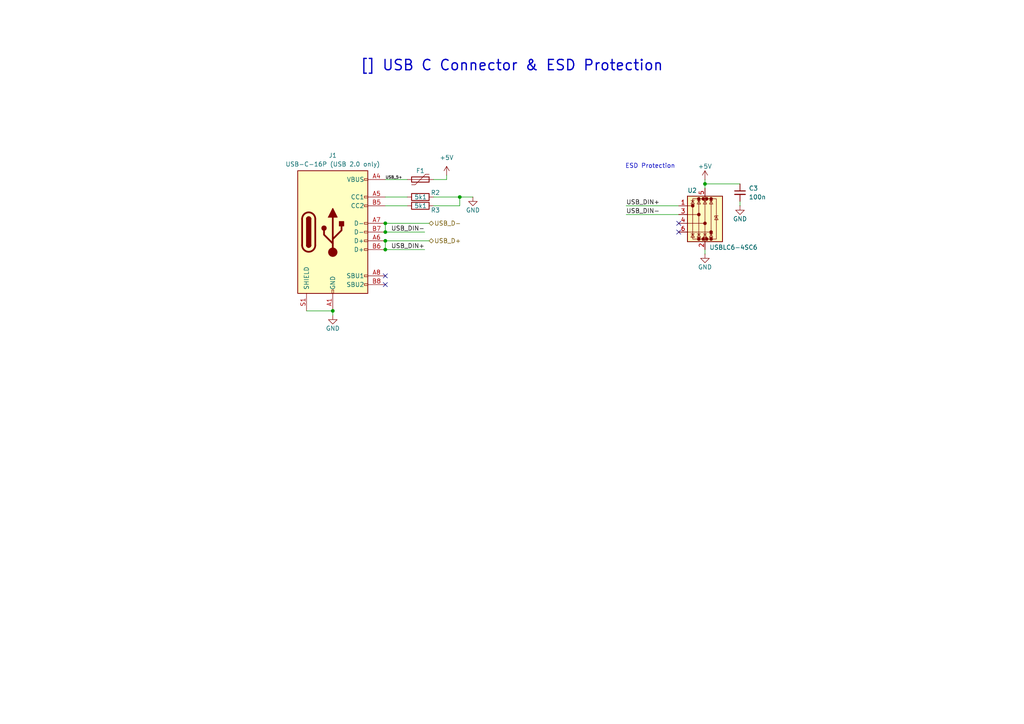
<source format=kicad_sch>
(kicad_sch (version 20250114) (generator "eeschema") (generator_version "9.0")
  (paper "A4")
  (title_block (title "USB C Connector & ESD Protection") (date "2025-03-20") (rev "1.1") (company "Wattle Labs"))
  (lib_symbols
    (symbol "Connector:USB_C_Receptacle_USB2.0_16P" (pin_names (offset 1.016))
      (property "Reference" "J" (at 0 22.225 0))
      (property "Value" "USB_C_Receptacle_USB2.0_16P" (at 0 19.685 0))
      (symbol "USB_C_Receptacle_USB2.0_16P_0_0"
        (rectangle (start -0.254 -17.78) (end 0.254 -16.764))
        (rectangle (start 10.16 15.494) (end 9.144 14.986))
        (rectangle (start 10.16 10.414) (end 9.144 9.906))
        (rectangle (start 10.16 7.874) (end 9.144 7.366))
        (rectangle (start 10.16 2.794) (end 9.144 2.286))
        (rectangle (start 10.16 0.254) (end 9.144 -0.254))
        (rectangle (start 10.16 -2.286) (end 9.144 -2.794))
        (rectangle (start 10.16 -4.826) (end 9.144 -5.334))
        (rectangle (start 10.16 -12.446) (end 9.144 -12.954))
        (rectangle (start 10.16 -14.986) (end 9.144 -15.494))
      )
      (symbol "USB_C_Receptacle_USB2.0_16P_0_1"
        (rectangle (start -10.16 17.78) (end 10.16 -17.78) (stroke (width 0.254)) (fill (type background)))
        (polyline (pts (xy -8.89 -3.81) (xy -8.89 3.81)) (stroke (width 0.508)))
        (rectangle (start -7.62 -3.81) (end -6.35 3.81) (stroke (width 0.254)) (fill (type outline)))
        (arc (start -7.62 3.81) (mid -6.985 4.4423) (end -6.35 3.81) (stroke (width 0.254)))
        (arc (start -7.62 3.81) (mid -6.985 4.4423) (end -6.35 3.81) (stroke (width 0.254)) (fill (type outline)))
        (arc (start -8.89 3.81) (mid -6.985 5.7067) (end -5.08 3.81) (stroke (width 0.508)))
        (arc (start -5.08 -3.81) (mid -6.985 -5.7067) (end -8.89 -3.81) (stroke (width 0.508)))
        (arc (start -6.35 -3.81) (mid -6.985 -4.4423) (end -7.62 -3.81) (stroke (width 0.254)))
        (arc (start -6.35 -3.81) (mid -6.985 -4.4423) (end -7.62 -3.81) (stroke (width 0.254)) (fill (type outline)))
        (polyline (pts (xy -5.08 3.81) (xy -5.08 -3.81)) (stroke (width 0.508)))
        (circle (center -2.54 1.143) (radius 0.635) (stroke (width 0.254)) (fill (type outline)))
        (polyline (pts (xy -1.27 4.318) (xy 0 6.858) (xy 1.27 4.318) (xy -1.27 4.318)) (stroke (width 0.254)) (fill (type outline)))
        (polyline (pts (xy 0 -2.032) (xy 2.54 0.508) (xy 2.54 1.778)) (stroke (width 0.508)))
        (polyline (pts (xy 0 -3.302) (xy -2.54 -0.762) (xy -2.54 0.508)) (stroke (width 0.508)))
        (polyline (pts (xy 0 -5.842) (xy 0 4.318)) (stroke (width 0.508)))
        (circle (center 0 -5.842) (radius 1.27) (fill (type outline)))
        (rectangle (start 1.905 1.778) (end 3.175 3.048) (stroke (width 0.254)) (fill (type outline)))
      )
      (symbol "USB_C_Receptacle_USB2.0_16P_1_1"
        (pin passive line (at -7.62 -22.86 90) (length 5.08) (name "SHIELD") (number "S1"))
        (pin passive line (at 0 -22.86 90) (length 5.08) (name "GND") (number "A1"))
        (pin passive line (at 0 -22.86 90) (length 5.08) (hide yes) (name "GND") (number "A12"))
        (pin passive line (at 0 -22.86 90) (length 5.08) (hide yes) (name "GND") (number "B1"))
        (pin passive line (at 0 -22.86 90) (length 5.08) (hide yes) (name "GND") (number "B12"))
        (pin passive line (at 15.24 15.24 180) (length 5.08) (name "VBUS") (number "A4"))
        (pin passive line (at 15.24 15.24 180) (length 5.08) (hide yes) (name "VBUS") (number "A9"))
        (pin passive line (at 15.24 15.24 180) (length 5.08) (hide yes) (name "VBUS") (number "B4"))
        (pin passive line (at 15.24 15.24 180) (length 5.08) (hide yes) (name "VBUS") (number "B9"))
        (pin bidirectional line (at 15.24 10.16 180) (length 5.08) (name "CC1") (number "A5"))
        (pin bidirectional line (at 15.24 7.62 180) (length 5.08) (name "CC2") (number "B5"))
        (pin bidirectional line (at 15.24 2.54 180) (length 5.08) (name "D-") (number "A7"))
        (pin bidirectional line (at 15.24 0 180) (length 5.08) (name "D-") (number "B7"))
        (pin bidirectional line (at 15.24 -2.54 180) (length 5.08) (name "D+") (number "A6"))
        (pin bidirectional line (at 15.24 -5.08 180) (length 5.08) (name "D+") (number "B6"))
        (pin bidirectional line (at 15.24 -12.7 180) (length 5.08) (name "SBU1") (number "A8"))
        (pin bidirectional line (at 15.24 -15.24 180) (length 5.08) (name "SBU2") (number "B8"))
      )
    )
    (symbol "Device:C_Small" (pin_numbers (hide yes)) (pin_names (offset 0.254) (hide yes))
      (property "Reference" "C" (at 0.254 1.778 0))
      (property "Value" "C_Small" (at 0.254 -2.032 0))
      (symbol "C_Small_0_1"
        (polyline (pts (xy -1.524 0.508) (xy 1.524 0.508)) (stroke (width 0.3048)))
        (polyline (pts (xy -1.524 -0.508) (xy 1.524 -0.508)) (stroke (width 0.3302)))
      )
      (symbol "C_Small_1_1"
        (pin passive line (at 0 2.54 270) (length 2.032) (name "~") (number "1"))
        (pin passive line (at 0 -2.54 90) (length 2.032) (name "~") (number "2"))
      )
    )
    (symbol "Device:Polyfuse" (pin_numbers (hide yes)) (pin_names (offset 0))
      (property "Reference" "F" (at -2.54 0 90))
      (property "Value" "Polyfuse" (at 2.54 0 90))
      (symbol "Polyfuse_0_1"
        (polyline (pts (xy -1.524 2.54) (xy -1.524 1.524) (xy 1.524 -1.524) (xy 1.524 -2.54)))
        (rectangle (start -0.762 2.54) (end 0.762 -2.54) (stroke (width 0.254)))
        (polyline (pts (xy 0 2.54) (xy 0 -2.54)))
      )
      (symbol "Polyfuse_1_1"
        (pin passive line (at 0 3.81 270) (length 1.27) (name "~") (number "1"))
        (pin passive line (at 0 -3.81 90) (length 1.27) (name "~") (number "2"))
      )
    )
    (symbol "Device:R" (pin_numbers (hide yes)) (pin_names (offset 0))
      (property "Reference" "R" (at 2.032 0 90))
      (property "Value" "R" (at 0 0 90))
      (symbol "R_0_1"
        (rectangle (start -1.016 -2.54) (end 1.016 2.54) (stroke (width 0.254)))
      )
      (symbol "R_1_1"
        (pin passive line (at 0 3.81 270) (length 1.27) (name "~") (number "1"))
        (pin passive line (at 0 -3.81 90) (length 1.27) (name "~") (number "2"))
      )
    )
    (symbol "Power_Protection:USBLC6-4SC6" (pin_names (hide yes))
      (property "Reference" "U" (at 1.27 9.525 0))
      (property "Value" "USBLC6-4SC6" (at 1.27 6.985 0))
      (symbol "USBLC6-4SC6_0_0"
        (circle (center -3.556 2.54) (radius 0.0001) (stroke (width 0.508)))
        (circle (center -1.778 4.572) (radius 0.0001) (stroke (width 0.508)))
        (circle (center -1.778 0) (radius 0.0001) (stroke (width 0.508)))
        (circle (center -1.778 -7.112) (radius 0.0001) (stroke (width 0.508)))
        (circle (center -0.508 4.572) (radius 0.0001) (stroke (width 0.508)))
        (circle (center -0.508 -7.112) (radius 0.0001) (stroke (width 0.508)))
        (circle (center 0 -2.54) (radius 0.0001) (stroke (width 0.508)))
        (circle (center 0.508 4.572) (radius 0.0001) (stroke (width 0.508)))
        (circle (center 0.508 -7.112) (radius 0.0001) (stroke (width 0.508)))
        (circle (center 1.778 4.572) (radius 0.0001) (stroke (width 0.508)))
        (circle (center 1.778 -5.08) (radius 0.0001) (stroke (width 0.508)))
        (circle (center 1.778 -7.112) (radius 0.0001) (stroke (width 0.508)))
      )
      (symbol "USBLC6-4SC6_0_1"
        (polyline (pts (xy -5.08 2.54) (xy -3.556 2.54)))
        (polyline (pts (xy -5.08 0) (xy -1.778 0)))
        (polyline (pts (xy -5.08 -2.54) (xy 0 -2.54)))
        (polyline (pts (xy -5.08 -5.08) (xy 1.778 -5.08)))
        (polyline (pts (xy -4.064 3.048) (xy -3.048 3.048) (xy -3.556 4.064) (xy -4.064 3.048)))
        (polyline (pts (xy -4.064 -5.588) (xy -3.048 -5.588)))
        (polyline (pts (xy -3.048 4.064) (xy -4.064 4.064)))
        (polyline (pts (xy -3.048 -6.604) (xy -4.064 -6.604) (xy -3.556 -5.588) (xy -3.048 -6.604)))
        (polyline (pts (xy -2.286 4.064) (xy -1.27 4.064)))
        (polyline (pts (xy -2.286 -5.588) (xy -1.27 -5.588)))
        (polyline (pts (xy -1.27 3.048) (xy -2.286 3.048) (xy -1.778 4.064) (xy -1.27 3.048)))
        (polyline (pts (xy -1.27 -6.604) (xy -2.286 -6.604) (xy -1.778 -5.588) (xy -1.27 -6.604)))
        (polyline (pts (xy -0.508 3.048) (xy 0.508 3.048) (xy 0 4.064) (xy -0.508 3.048)))
        (polyline (pts (xy -0.508 -5.588) (xy 0.508 -5.588)))
        (polyline (pts (xy -0.508 -6.604) (xy 0.508 -6.604) (xy 0 -5.588) (xy -0.508 -6.604)))
        (polyline (pts (xy 0 5.08) (xy 0.508 4.572)))
        (polyline (pts (xy 0.508 4.064) (xy -0.508 4.064)))
        (polyline (pts (xy 0.508 -7.112) (xy -0.508 -7.112)))
        (polyline (pts (xy 1.27 4.064) (xy 2.286 4.064)))
        (polyline (pts (xy 1.27 -6.604) (xy 2.286 -6.604) (xy 1.778 -5.588) (xy 1.27 -6.604)))
        (polyline (pts (xy 1.778 4.572) (xy 3.302 4.572) (xy 3.302 -7.112) (xy 1.778 -7.112)))
        (polyline (pts (xy 2.286 3.048) (xy 1.27 3.048) (xy 1.778 4.064) (xy 2.286 3.048)))
        (polyline (pts (xy 2.286 -5.588) (xy 1.27 -5.588)))
        (polyline (pts (xy 2.794 -0.762) (xy 2.794 -0.381) (xy 3.81 -0.381)))
        (polyline (pts (xy 3.81 -1.524) (xy 2.794 -1.524) (xy 3.302 -0.508) (xy 3.81 -1.524)))
      )
      (symbol "USBLC6-4SC6_1_1"
        (rectangle (start -5.08 5.334) (end 5.08 -7.874) (stroke (width 0.254)) (fill (type background)))
        (polyline (pts (xy -1.778 4.572) (xy -3.556 4.572) (xy -3.556 -7.112) (xy -1.778 -7.112)))
        (polyline (pts (xy -0.508 4.572) (xy 1.778 4.572) (xy 1.778 -7.112) (xy 0.508 -7.112)))
        (polyline (pts (xy 0 -7.62) (xy -0.508 -7.112) (xy -1.778 -7.112) (xy -1.778 4.572) (xy -0.508 4.572)))
        (polyline (pts (xy 0.508 -7.112) (xy 0 -6.604) (xy 0 4.064) (xy -0.508 4.572)))
        (pin passive line (at -7.62 2.54 0) (length 2.54) (name "I/O1") (number "1"))
        (pin passive line (at -7.62 0 0) (length 2.54) (name "I/O2") (number "3"))
        (pin passive line (at -7.62 -2.54 0) (length 2.54) (name "I/O3") (number "4"))
        (pin passive line (at -7.62 -5.08 0) (length 2.54) (name "I/O4") (number "6"))
        (pin passive line (at 0 7.62 270) (length 2.54) (name "VBUS") (number "5"))
        (pin passive line (at 0 -10.16 90) (length 2.54) (name "GND") (number "2"))
      )
    )
    (symbol "power:+5V" (power) (pin_numbers (hide yes)) (pin_names (offset 0) (hide yes))
      (property "Value" "+5V" (at 0 3.556 0))
      (symbol "+5V_0_1"
        (polyline (pts (xy -0.762 1.27) (xy 0 2.54)))
        (polyline (pts (xy 0 2.54) (xy 0.762 1.27)))
        (polyline (pts (xy 0 0) (xy 0 2.54)))
      )
      (symbol "+5V_1_1"
        (pin power_in line (at 0 0 90) (length 0) (name "~") (number "1"))
      )
    )
    (symbol "power:GND" (power) (pin_numbers (hide yes)) (pin_names (offset 0) (hide yes))
      (property "Value" "GND" (at 0 -3.81 0))
      (symbol "GND_0_1"
        (polyline (pts (xy 0 0) (xy 0 -1.27) (xy 1.27 -1.27) (xy 0 -2.54) (xy -1.27 -1.27) (xy 0 -1.27)))
      )
      (symbol "GND_1_1"
        (pin power_in line (at 0 0 270) (length 0) (name "~") (number "1"))
      )
    )
  )
  (text "ESD Protection" (at 188.595 48.26 0) (effects (font (size 1.27 1.27))))
  (text_box "[${#}] ${TITLE}" (at 11.938 12.192 0) (size 273.05 13.335) (margins 2.2499 2.2499 2.2499 2.2499) (stroke (width -0.0001)) (effects (font (size 3 3) (thickness 0.375))))
  (junction (at 96.52 90.17))
  (junction (at 111.76 69.85))
  (junction (at 133.35 57.15))
  (junction (at 111.76 72.39))
  (junction (at 204.47 53.34))
  (junction (at 111.76 64.77))
  (junction (at 111.76 67.31))
  (no_connect (at 111.76 82.55))
  (no_connect (at 111.76 80.01))
  (no_connect (at 196.85 67.31))
  (no_connect (at 196.85 64.77))
  (wire (pts (xy 133.35 57.15) (xy 133.35 59.69)))
  (wire (pts (xy 129.54 52.07) (xy 129.54 50.8)))
  (wire (pts (xy 133.35 57.15) (xy 125.73 57.15)))
  (wire (pts (xy 88.9 90.17) (xy 96.52 90.17)))
  (wire (pts (xy 125.73 52.07) (xy 129.54 52.07)))
  (wire (pts (xy 181.61 59.69) (xy 196.85 59.69)))
  (wire (pts (xy 204.47 73.66) (xy 204.47 72.39)))
  (wire (pts (xy 111.76 64.77) (xy 124.46 64.77)))
  (wire (pts (xy 214.63 59.69) (xy 214.63 58.42)))
  (wire (pts (xy 111.76 69.85) (xy 111.76 72.39)))
  (wire (pts (xy 111.76 67.31) (xy 123.19 67.31)))
  (wire (pts (xy 111.76 57.15) (xy 118.11 57.15)))
  (wire (pts (xy 133.35 57.15) (xy 137.16 57.15)))
  (wire (pts (xy 204.47 53.34) (xy 204.47 54.61)))
  (wire (pts (xy 111.76 72.39) (xy 123.19 72.39)))
  (wire (pts (xy 181.61 62.23) (xy 196.85 62.23)))
  (wire (pts (xy 204.47 53.34) (xy 214.63 53.34)))
  (wire (pts (xy 125.73 59.69) (xy 133.35 59.69)))
  (wire (pts (xy 111.76 69.85) (xy 124.46 69.85)))
  (wire (pts (xy 96.52 90.17) (xy 96.52 91.44)))
  (wire (pts (xy 111.76 52.07) (xy 118.11 52.07)))
  (wire (pts (xy 111.76 59.69) (xy 118.11 59.69)))
  (wire (pts (xy 204.47 52.07) (xy 204.47 53.34)))
  (wire (pts (xy 111.76 64.77) (xy 111.76 67.31)))
  (label "USB_DIN-" (at 123.19 67.31 180))
  (label "USB_DIN+" (at 123.19 72.39 180))
  (label "USB_5+" (at 111.76 52.07 0) (effects (font (size 0.8 0.8))))
  (label "USB_DIN-" (at 181.61 62.23 0))
  (label "USB_DIN+" (at 181.61 59.69 0))
  (hierarchical_label "USB_D+" (shape bidirectional) (at 124.46 69.85 0))
  (hierarchical_label "USB_D-" (shape bidirectional) (at 124.46 64.77 0))
  (symbol (lib_id "power:GND") (at 214.63 59.69 0) (unit 1)
    (property "Reference" "#PWR011" (effects (hide yes)))
    (property "Value" "GND" (at 214.63 63.5 0))
    (property "Description" "Power symbol creates a global label with name \"GND\" , ground" (effects (hide yes)))
  )
  (symbol (lib_id "Device:Polyfuse") (at 121.92 52.07 90) (unit 1)
    (property "Reference" "F1" (at 121.92 49.53 90))
    (property "Value" "6V 500mA" (effects (hide yes)))
    (property "Footprint" "Fuse:Fuse_0805_2012Metric" (effects (hide yes)))
    (property "Description" "Polymeric PTC Resettable Fuse 6V 500 mA Ih Surface Mount 0805 (2012 Metric), Concave" (effects (hide yes)))
    (property "Digikey_PN" "5923-0ZCK0050FF2ECT-ND" (effects (hide yes)))
  )
  (symbol (lib_id "Power_Protection:USBLC6-4SC6") (at 204.47 62.23 0) (unit 1)
    (property "Reference" "U2" (at 199.39 55.245 0) (effects (justify left)))
    (property "Value" "USBLC6-4SC6" (at 205.74 71.755 0) (effects (justify left)))
    (property "Footprint" "Package_TO_SOT_SMD:SOT-23-6" (effects (hide yes)))
    (property "Datasheet" "https://www.st.com/resource/en/datasheet/usblc6-4.pdf" (effects (hide yes)))
    (property "Description" "17V Clamp 5A (8/20µs) Ipp Tvs Diode Surface Mount SOT-23-6" (effects (hide yes)))
    (property "Digikey_PN" "497-4492-1-ND" (effects (hide yes)))
  )
  (symbol (lib_id "Connector:USB_C_Receptacle_USB2.0_16P") (at 96.52 67.31 0) (unit 1)
    (property "Reference" "J1" (at 96.52 45.085 0))
    (property "Value" "USB-C-16P (USB 2.0 only)" (at 96.52 47.625 0))
    (property "Footprint" "Wattle_Connectors:GCT_USB4105-GF-A-120" (effects (hide yes)))
    (property "Datasheet" "https://www.usb.org/sites/default/files/documents/usb_type-c.zip" (effects (hide yes)))
    (property "Description" "USB-C (USB TYPE-C) USB 2.0 Receptacle Connector 24 (16+8 Dummy) Position Surface Mount, Right Angle; Through Hole" (effects (hide yes)))
    (property "Digikey_PN" "2073-USB4105-GF-A-120CT-ND" (effects (hide yes)))
  )
  (symbol (lib_id "Device:R") (at 121.92 57.15 90) (unit 1)
    (property "Reference" "R2" (at 127.635 55.88 90) (effects (justify left)))
    (property "Value" "5k1" (at 123.825 57.15 90) (effects (justify left)))
    (property "Footprint" "Resistor_SMD:R_0603_1608Metric" (effects (hide yes)))
    (property "Description" "5.1 kOhms ±1% 0.1W, 1/10W Chip Resistor 0603 (1608 Metric) Thick Film" (effects (hide yes)))
    (property "Digikey_PN" "541-4030-1-ND" (effects (hide yes)))
  )
  (symbol (lib_id "power:GND") (at 137.16 57.15 0) (unit 1)
    (property "Reference" "#PWR08" (effects (hide yes)))
    (property "Value" "GND" (at 137.16 60.96 0))
    (property "Description" "Power symbol creates a global label with name \"GND\" , ground" (effects (hide yes)))
  )
  (symbol (lib_id "Device:C_Small") (at 214.63 55.88 0) (unit 1)
    (property "Reference" "C3" (at 217.17 54.6162 0) (effects (justify left)))
    (property "Value" "100n" (at 217.17 57.1562 0) (effects (justify left)))
    (property "Footprint" "Capacitor_SMD:C_0603_1608Metric" (effects (hide yes)))
    (property "Description" "CAP CER 100nF (0.1uF) 16V X7R 0603" (effects (hide yes)))
    (property "Digikey_PN" "399-C0603C104K4RACTUCT-ND" (effects (hide yes)))
  )
  (symbol (lib_id "power:+5V") (at 204.47 52.07 0) (unit 1)
    (property "Reference" "#PWR09" (effects (hide yes)))
    (property "Value" "+5V" (at 204.47 48.26 0))
    (property "Description" "Power symbol creates a global label with name \"+5V\"" (effects (hide yes)))
  )
  (symbol (lib_id "power:GND") (at 204.47 73.66 0) (unit 1)
    (property "Reference" "#PWR010" (effects (hide yes)))
    (property "Value" "GND" (at 204.47 77.47 0))
    (property "Description" "Power symbol creates a global label with name \"GND\" , ground" (effects (hide yes)))
  )
  (symbol (lib_id "power:+5V") (at 129.54 50.8 0) (unit 1)
    (property "Reference" "#PWR07" (effects (hide yes)))
    (property "Value" "+5V" (at 129.54 45.72 0))
    (property "Description" "Power symbol creates a global label with name \"+5V\"" (effects (hide yes)))
  )
  (symbol (lib_id "power:GND") (at 96.52 91.44 0) (unit 1)
    (property "Reference" "#PWR06" (effects (hide yes)))
    (property "Value" "GND" (at 96.52 95.25 0))
    (property "Description" "Power symbol creates a global label with name \"GND\" , ground" (effects (hide yes)))
  )
  (symbol (lib_id "Device:R") (at 121.92 59.69 90) (unit 1)
    (property "Reference" "R3" (at 127.635 60.96 90) (effects (justify left)))
    (property "Value" "5k1" (at 123.825 59.69 90) (effects (justify left)))
    (property "Footprint" "Resistor_SMD:R_0603_1608Metric" (effects (hide yes)))
    (property "Description" "5.1 kOhms ±1% 0.1W, 1/10W Chip Resistor 0603 (1608 Metric) Thick Film" (effects (hide yes)))
    (property "Digikey_PN" "541-4030-1-ND" (effects (hide yes)))
  )
)
</source>
